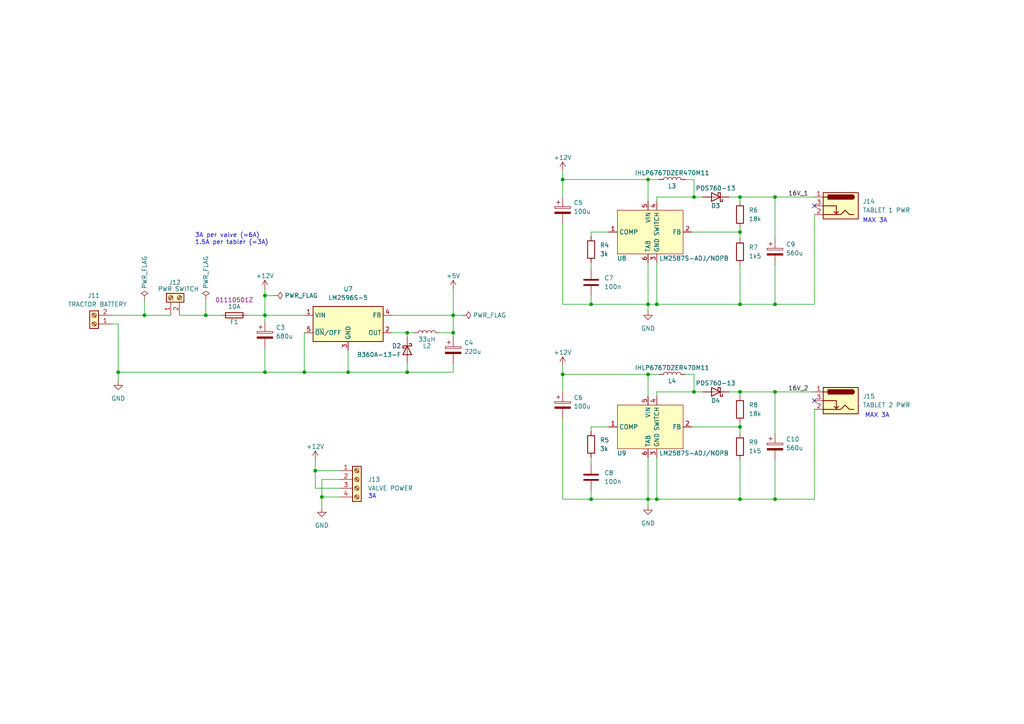
<source format=kicad_sch>
(kicad_sch (version 20230121) (generator eeschema)
  (paper "A4")
  (title_block (title "Tandem Leveller Controller") (date "2025-03-13") (rev "V1.0") (company "(C) andy@britishideas.com 2025") (comment 1 "For personal use only, no commercial use") (comment 2 "Provided as-is, no warranty express or implied. Use at your own risk"))
  (lib_symbols
    (symbol "BritishIdeas2:LM2577S-ADJ_NOPB"
      (property "Reference" "U" (at 1.27 -1.27 0))
      (symbol "LM2577S-ADJ_NOPB_1_1"
        (rectangle (start 0 12.7) (end 19.05 0) (fill (type background)))
        (pin passive line (at -2.54 6.35 0) (length 2.54) (name "COMP") (number "1"))
        (pin passive line (at 21.59 6.35 180) (length 2.54) (name "FB") (number "2"))
        (pin power_in line (at 11.43 -2.54 90) (length 2.54) (name "GND") (number "3"))
        (pin passive line (at 11.43 15.24 270) (length 2.54) (name "SWITCH") (number "4"))
        (pin power_in line (at 8.89 15.24 270) (length 2.54) (name "VIN") (number "5"))
        (pin power_in line (at 8.89 -2.54 90) (length 2.54) (name "TAB") (number "6"))
      )
    )
    (symbol "Connector:Barrel_Jack_Switch" (pin_names hide)
      (property "Reference" "J" (at 0 5.334 0))
      (property "Value" "Barrel_Jack_Switch" (at 0 -5.08 0))
      (symbol "Barrel_Jack_Switch_0_1"
        (rectangle (start -5.08 3.81) (end 5.08 -3.81) (stroke (width 0.254)) (fill (type background)))
        (arc (start -3.302 3.175) (mid -3.9343 2.54) (end -3.302 1.905) (stroke (width 0.254)))
        (arc (start -3.302 3.175) (mid -3.9343 2.54) (end -3.302 1.905) (stroke (width 0.254)) (fill (type outline)))
        (polyline (pts (xy 1.27 -2.286) (xy 1.905 -1.651)) (stroke (width 0.254)))
        (polyline (pts (xy 5.08 2.54) (xy 3.81 2.54)) (stroke (width 0.254)))
        (polyline (pts (xy 5.08 0) (xy 1.27 0) (xy 1.27 -2.286) (xy 0.635 -1.651)) (stroke (width 0.254)))
        (polyline (pts (xy -3.81 -2.54) (xy -2.54 -2.54) (xy -1.27 -1.27) (xy 0 -2.54) (xy 2.54 -2.54) (xy 5.08 -2.54)) (stroke (width 0.254)))
        (rectangle (start 3.683 3.175) (end -3.302 1.905) (stroke (width 0.254)) (fill (type outline)))
      )
      (symbol "Barrel_Jack_Switch_1_1"
        (pin passive line (at 7.62 2.54 180) (length 2.54) (name "~") (number "1"))
        (pin passive line (at 7.62 -2.54 180) (length 2.54) (name "~") (number "2"))
        (pin passive line (at 7.62 0 180) (length 2.54) (name "~") (number "3"))
      )
    )
    (symbol "Connector:Screw_Terminal_01x02" (pin_names (offset 1.016) hide)
      (property "Reference" "J" (at 0 2.54 0))
      (property "Value" "Screw_Terminal_01x02" (at 0 -5.08 0))
      (symbol "Screw_Terminal_01x02_1_1"
        (rectangle (start -1.27 1.27) (end 1.27 -3.81) (stroke (width 0.254)) (fill (type background)))
        (circle (center 0 -2.54) (radius 0.635) (stroke (width 0.1524)))
        (polyline (pts (xy -0.5334 -2.2098) (xy 0.3302 -3.048)) (stroke (width 0.1524)))
        (polyline (pts (xy -0.5334 0.3302) (xy 0.3302 -0.508)) (stroke (width 0.1524)))
        (polyline (pts (xy -0.3556 -2.032) (xy 0.508 -2.8702)) (stroke (width 0.1524)))
        (polyline (pts (xy -0.3556 0.508) (xy 0.508 -0.3302)) (stroke (width 0.1524)))
        (circle (center 0 0) (radius 0.635) (stroke (width 0.1524)))
        (pin passive line (at -5.08 0 0) (length 3.81) (name "Pin_1") (number "1"))
        (pin passive line (at -5.08 -2.54 0) (length 3.81) (name "Pin_2") (number "2"))
      )
    )
    (symbol "Connector:Screw_Terminal_01x04" (pin_names (offset 1.016) hide)
      (property "Reference" "J" (at 0 5.08 0))
      (property "Value" "Screw_Terminal_01x04" (at 0 -7.62 0))
      (symbol "Screw_Terminal_01x04_1_1"
        (rectangle (start -1.27 3.81) (end 1.27 -6.35) (stroke (width 0.254)) (fill (type background)))
        (circle (center 0 -5.08) (radius 0.635) (stroke (width 0.1524)))
        (circle (center 0 -2.54) (radius 0.635) (stroke (width 0.1524)))
        (polyline (pts (xy -0.5334 -4.7498) (xy 0.3302 -5.588)) (stroke (width 0.1524)))
        (polyline (pts (xy -0.5334 -2.2098) (xy 0.3302 -3.048)) (stroke (width 0.1524)))
        (polyline (pts (xy -0.5334 0.3302) (xy 0.3302 -0.508)) (stroke (width 0.1524)))
        (polyline (pts (xy -0.5334 2.8702) (xy 0.3302 2.032)) (stroke (width 0.1524)))
        (polyline (pts (xy -0.3556 -4.572) (xy 0.508 -5.4102)) (stroke (width 0.1524)))
        (polyline (pts (xy -0.3556 -2.032) (xy 0.508 -2.8702)) (stroke (width 0.1524)))
        (polyline (pts (xy -0.3556 0.508) (xy 0.508 -0.3302)) (stroke (width 0.1524)))
        (polyline (pts (xy -0.3556 3.048) (xy 0.508 2.2098)) (stroke (width 0.1524)))
        (circle (center 0 0) (radius 0.635) (stroke (width 0.1524)))
        (circle (center 0 2.54) (radius 0.635) (stroke (width 0.1524)))
        (pin passive line (at -5.08 2.54 0) (length 3.81) (name "Pin_1") (number "1"))
        (pin passive line (at -5.08 0 0) (length 3.81) (name "Pin_2") (number "2"))
        (pin passive line (at -5.08 -2.54 0) (length 3.81) (name "Pin_3") (number "3"))
        (pin passive line (at -5.08 -5.08 0) (length 3.81) (name "Pin_4") (number "4"))
      )
    )
    (symbol "D_Schottky_1" (pin_numbers hide) (pin_names (offset 1.016) hide)
      (property "Reference" "D" (at 0 2.54 0))
      (property "Value" "D_Schottky" (at 0 -2.54 0))
      (symbol "D_Schottky_1_0_1"
        (polyline (pts (xy 1.27 0) (xy -1.27 0)))
        (polyline (pts (xy 1.27 1.27) (xy 1.27 -1.27) (xy -1.27 0) (xy 1.27 1.27)) (stroke (width 0.254)))
        (polyline (pts (xy -1.905 0.635) (xy -1.905 1.27) (xy -1.27 1.27) (xy -1.27 -1.27) (xy -0.635 -1.27) (xy -0.635 -0.635)) (stroke (width 0.254)))
      )
      (symbol "D_Schottky_1_1_1"
        (pin passive line (at -3.81 0 0) (length 2.54) (name "K") (number "1"))
        (pin passive line (at 3.81 0 180) (length 2.54) (name "A") (number "2"))
      )
    )
    (symbol "Device:C" (pin_numbers hide) (pin_names (offset 0.254))
      (property "Reference" "C" (at 0.635 2.54 0))
      (property "Value" "C" (at 0.635 -2.54 0))
      (symbol "C_0_1"
        (polyline (pts (xy -2.032 -0.762) (xy 2.032 -0.762)) (stroke (width 0.508)))
        (polyline (pts (xy -2.032 0.762) (xy 2.032 0.762)) (stroke (width 0.508)))
      )
      (symbol "C_1_1"
        (pin passive line (at 0 3.81 270) (length 2.794) (name "~") (number "1"))
        (pin passive line (at 0 -3.81 90) (length 2.794) (name "~") (number "2"))
      )
    )
    (symbol "Device:C_Polarized" (pin_numbers hide) (pin_names (offset 0.254))
      (property "Reference" "C" (at 0.635 2.54 0))
      (property "Value" "C_Polarized" (at 0.635 -2.54 0))
      (symbol "C_Polarized_0_1"
        (rectangle (start -2.286 0.508) (end 2.286 1.016))
        (polyline (pts (xy -1.778 2.286) (xy -0.762 2.286)))
        (polyline (pts (xy -1.27 2.794) (xy -1.27 1.778)))
        (rectangle (start 2.286 -0.508) (end -2.286 -1.016) (fill (type outline)))
      )
      (symbol "C_Polarized_1_1"
        (pin passive line (at 0 3.81 270) (length 2.794) (name "~") (number "1"))
        (pin passive line (at 0 -3.81 90) (length 2.794) (name "~") (number "2"))
      )
    )
    (symbol "Device:D_Schottky" (pin_numbers hide) (pin_names (offset 1.016) hide)
      (property "Reference" "D" (at 0 2.54 0))
      (property "Value" "D_Schottky" (at 0 -2.54 0))
      (symbol "D_Schottky_0_1"
        (polyline (pts (xy 1.27 0) (xy -1.27 0)))
        (polyline (pts (xy 1.27 1.27) (xy 1.27 -1.27) (xy -1.27 0) (xy 1.27 1.27)) (stroke (width 0.254)))
        (polyline (pts (xy -1.905 0.635) (xy -1.905 1.27) (xy -1.27 1.27) (xy -1.27 -1.27) (xy -0.635 -1.27) (xy -0.635 -0.635)) (stroke (width 0.254)))
      )
      (symbol "D_Schottky_1_1"
        (pin passive line (at -3.81 0 0) (length 2.54) (name "K") (number "1"))
        (pin passive line (at 3.81 0 180) (length 2.54) (name "A") (number "2"))
      )
    )
    (symbol "Device:Fuse" (pin_numbers hide) (pin_names (offset 0))
      (property "Reference" "F" (at 2.032 0 90))
      (property "Value" "Fuse" (at -1.905 0 90))
      (symbol "Fuse_0_1"
        (rectangle (start -0.762 -2.54) (end 0.762 2.54) (stroke (width 0.254)))
        (polyline (pts (xy 0 2.54) (xy 0 -2.54)))
      )
      (symbol "Fuse_1_1"
        (pin passive line (at 0 3.81 270) (length 1.27) (name "~") (number "1"))
        (pin passive line (at 0 -3.81 90) (length 1.27) (name "~") (number "2"))
      )
    )
    (symbol "Device:L" (pin_numbers hide) (pin_names (offset 1.016) hide)
      (property "Reference" "L" (at -1.27 0 90))
      (property "Value" "L" (at 1.905 0 90))
      (symbol "L_0_1"
        (arc (start 0 -2.54) (mid 0.6323 -1.905) (end 0 -1.27))
        (arc (start 0 -1.27) (mid 0.6323 -0.635) (end 0 0))
        (arc (start 0 0) (mid 0.6323 0.635) (end 0 1.27))
        (arc (start 0 1.27) (mid 0.6323 1.905) (end 0 2.54))
      )
      (symbol "L_1_1"
        (pin passive line (at 0 3.81 270) (length 1.27) (name "1") (number "1"))
        (pin passive line (at 0 -3.81 90) (length 1.27) (name "2") (number "2"))
      )
    )
    (symbol "Device:R" (pin_numbers hide) (pin_names (offset 0))
      (property "Reference" "R" (at 2.032 0 90))
      (property "Value" "R" (at 0 0 90))
      (symbol "R_0_1"
        (rectangle (start -1.016 -2.54) (end 1.016 2.54) (stroke (width 0.254)))
      )
      (symbol "R_1_1"
        (pin passive line (at 0 3.81 270) (length 1.27) (name "~") (number "1"))
        (pin passive line (at 0 -3.81 90) (length 1.27) (name "~") (number "2"))
      )
    )
    (symbol "Regulator_Switching:LM2596S-5"
      (property "Reference" "U" (at -10.16 6.35 0))
      (property "Value" "LM2596S-5" (at 0 6.35 0))
      (symbol "LM2596S-5_0_1"
        (rectangle (start -10.16 5.08) (end 10.16 -5.08) (stroke (width 0.254)) (fill (type background)))
      )
      (symbol "LM2596S-5_1_1"
        (pin power_in line (at -12.7 2.54 0) (length 2.54) (name "VIN") (number "1"))
        (pin output line (at 12.7 -2.54 180) (length 2.54) (name "OUT") (number "2"))
        (pin power_in line (at 0 -7.62 90) (length 2.54) (name "GND") (number "3"))
        (pin input line (at 12.7 2.54 180) (length 2.54) (name "FB") (number "4"))
        (pin input line (at -12.7 -2.54 0) (length 2.54) (name "~{ON}/OFF") (number "5"))
      )
    )
    (symbol "power:+12V" (power) (pin_names (offset 0))
      (property "Value" "+12V" (at 0 3.556 0))
      (symbol "+12V_0_1"
        (polyline (pts (xy -0.762 1.27) (xy 0 2.54)))
        (polyline (pts (xy 0 0) (xy 0 2.54)))
        (polyline (pts (xy 0 2.54) (xy 0.762 1.27)))
      )
      (symbol "+12V_1_1"
        (pin power_in line (at 0 0 90) (length 0) hide (name "+12V") (number "1"))
      )
    )
    (symbol "power:+5V" (power) (pin_names (offset 0))
      (property "Value" "+5V" (at 0 3.556 0))
      (symbol "+5V_0_1"
        (polyline (pts (xy -0.762 1.27) (xy 0 2.54)))
        (polyline (pts (xy 0 0) (xy 0 2.54)))
        (polyline (pts (xy 0 2.54) (xy 0.762 1.27)))
      )
      (symbol "+5V_1_1"
        (pin power_in line (at 0 0 90) (length 0) hide (name "+5V") (number "1"))
      )
    )
    (symbol "power:GND" (power) (pin_names (offset 0))
      (property "Value" "GND" (at 0 -3.81 0))
      (symbol "GND_0_1"
        (polyline (pts (xy 0 0) (xy 0 -1.27) (xy 1.27 -1.27) (xy 0 -2.54) (xy -1.27 -1.27) (xy 0 -1.27)))
      )
      (symbol "GND_1_1"
        (pin power_in line (at 0 0 270) (length 0) hide (name "GND") (number "1"))
      )
    )
    (symbol "power:PWR_FLAG" (power) (pin_numbers hide) (pin_names (offset 0) hide)
      (property "Value" "PWR_FLAG" (at 0 3.81 0))
      (symbol "PWR_FLAG_0_0"
        (pin power_out line (at 0 0 90) (length 0) (name "pwr") (number "1"))
      )
      (symbol "PWR_FLAG_0_1"
        (polyline (pts (xy 0 0) (xy 0 1.27) (xy -1.016 1.905) (xy 0 2.54) (xy 1.016 1.905) (xy 0 1.27)))
      )
    )
  )
  (junction (at 118.11 107.95))
  (junction (at 224.79 144.78))
  (junction (at 41.91 91.44))
  (junction (at 214.63 88.265))
  (junction (at 187.96 144.78))
  (junction (at 76.835 91.44))
  (junction (at 93.345 144.145))
  (junction (at 187.96 88.265))
  (junction (at 171.45 144.78))
  (junction (at 91.44 136.525))
  (junction (at 163.195 108.585))
  (junction (at 76.835 107.95))
  (junction (at 131.445 91.44))
  (junction (at 171.45 88.265))
  (junction (at 224.79 88.265))
  (junction (at 118.11 96.52))
  (junction (at 131.445 96.52))
  (junction (at 224.79 113.665))
  (junction (at 214.63 67.31))
  (junction (at 224.79 57.15))
  (junction (at 190.5 144.78))
  (junction (at 214.63 144.78))
  (junction (at 214.63 113.665))
  (junction (at 187.96 108.585))
  (junction (at 214.63 123.825))
  (junction (at 190.5 88.265))
  (junction (at 34.29 107.95))
  (junction (at 214.63 57.15))
  (junction (at 59.69 91.44))
  (junction (at 187.96 52.07))
  (junction (at 76.835 85.725))
  (junction (at 100.965 107.95))
  (junction (at 88.265 107.95))
  (junction (at 163.195 52.07))
  (junction (at 201.295 113.665))
  (junction (at 201.295 57.15))
  (no_connect (at 236.22 59.69))
  (no_connect (at 236.22 116.205))
  (wire (pts (xy 214.63 76.835) (xy 214.63 88.265)))
  (wire (pts (xy 59.69 91.44) (xy 64.135 91.44)))
  (wire (pts (xy 187.96 88.265) (xy 187.96 90.17)))
  (wire (pts (xy 187.96 52.07) (xy 187.96 58.42)))
  (wire (pts (xy 190.5 58.42) (xy 190.5 57.15)))
  (wire (pts (xy 214.63 67.31) (xy 200.66 67.31)))
  (wire (pts (xy 224.79 125.73) (xy 224.79 113.665)))
  (wire (pts (xy 34.29 93.98) (xy 34.29 107.95)))
  (wire (pts (xy 100.965 101.6) (xy 100.965 107.95)))
  (wire (pts (xy 214.63 113.665) (xy 214.63 114.935)))
  (wire (pts (xy 224.79 113.665) (xy 214.63 113.665)))
  (wire (pts (xy 171.45 144.78) (xy 187.96 144.78)))
  (wire (pts (xy 76.835 100.965) (xy 76.835 107.95)))
  (wire (pts (xy 236.22 118.745) (xy 236.22 144.78)))
  (wire (pts (xy 41.91 91.44) (xy 49.53 91.44)))
  (wire (pts (xy 98.425 136.525) (xy 91.44 136.525)))
  (wire (pts (xy 41.91 86.995) (xy 41.91 91.44)))
  (wire (pts (xy 171.45 85.725) (xy 171.45 88.265)))
  (wire (pts (xy 201.295 57.15) (xy 203.835 57.15)))
  (wire (pts (xy 191.135 52.07) (xy 187.96 52.07)))
  (wire (pts (xy 187.96 76.2) (xy 187.96 88.265)))
  (wire (pts (xy 171.45 88.265) (xy 187.96 88.265)))
  (wire (pts (xy 34.29 107.95) (xy 34.29 110.49)))
  (wire (pts (xy 131.445 91.44) (xy 133.985 91.44)))
  (wire (pts (xy 163.195 113.665) (xy 163.195 108.585)))
  (wire (pts (xy 214.63 144.78) (xy 190.5 144.78)))
  (wire (pts (xy 190.5 114.935) (xy 190.5 113.665)))
  (wire (pts (xy 224.79 113.665) (xy 236.22 113.665)))
  (wire (pts (xy 34.29 107.95) (xy 76.835 107.95)))
  (wire (pts (xy 163.195 64.77) (xy 163.195 88.265)))
  (wire (pts (xy 201.295 113.665) (xy 203.835 113.665)))
  (wire (pts (xy 118.11 96.52) (xy 113.665 96.52)))
  (wire (pts (xy 171.45 76.2) (xy 171.45 78.105)))
  (wire (pts (xy 187.96 108.585) (xy 187.96 114.935)))
  (wire (pts (xy 214.63 88.265) (xy 190.5 88.265)))
  (wire (pts (xy 93.345 139.065) (xy 93.345 144.145)))
  (wire (pts (xy 131.445 91.44) (xy 131.445 96.52)))
  (wire (pts (xy 190.5 113.665) (xy 201.295 113.665)))
  (wire (pts (xy 171.45 123.825) (xy 171.45 125.095)))
  (wire (pts (xy 176.53 123.825) (xy 171.45 123.825)))
  (wire (pts (xy 224.79 69.215) (xy 224.79 57.15)))
  (wire (pts (xy 171.45 142.24) (xy 171.45 144.78)))
  (wire (pts (xy 32.385 93.98) (xy 34.29 93.98)))
  (wire (pts (xy 224.79 57.15) (xy 214.63 57.15)))
  (wire (pts (xy 163.195 108.585) (xy 187.96 108.585)))
  (wire (pts (xy 118.11 105.41) (xy 118.11 107.95)))
  (wire (pts (xy 131.445 97.79) (xy 131.445 96.52)))
  (wire (pts (xy 214.63 67.31) (xy 214.63 69.215)))
  (wire (pts (xy 93.345 144.145) (xy 93.345 147.32)))
  (wire (pts (xy 224.79 88.265) (xy 214.63 88.265)))
  (wire (pts (xy 201.295 52.07) (xy 198.755 52.07)))
  (wire (pts (xy 190.5 88.265) (xy 190.5 76.2)))
  (wire (pts (xy 131.445 107.95) (xy 118.11 107.95)))
  (wire (pts (xy 187.96 144.78) (xy 190.5 144.78)))
  (wire (pts (xy 52.07 91.44) (xy 59.69 91.44)))
  (wire (pts (xy 214.63 57.15) (xy 214.63 58.42)))
  (wire (pts (xy 187.96 132.715) (xy 187.96 144.78)))
  (wire (pts (xy 76.835 91.44) (xy 88.265 91.44)))
  (wire (pts (xy 224.79 144.78) (xy 214.63 144.78)))
  (wire (pts (xy 214.63 123.825) (xy 200.66 123.825)))
  (wire (pts (xy 187.96 144.78) (xy 187.96 146.685)))
  (wire (pts (xy 201.295 113.665) (xy 201.295 108.585)))
  (wire (pts (xy 214.63 133.35) (xy 214.63 144.78)))
  (wire (pts (xy 171.45 67.31) (xy 171.45 68.58)))
  (wire (pts (xy 163.195 144.78) (xy 171.45 144.78)))
  (wire (pts (xy 224.79 76.835) (xy 224.79 88.265)))
  (wire (pts (xy 91.44 141.605) (xy 91.44 136.525)))
  (wire (pts (xy 163.195 106.045) (xy 163.195 108.585)))
  (wire (pts (xy 201.295 108.585) (xy 198.755 108.585)))
  (wire (pts (xy 131.445 96.52) (xy 127.635 96.52)))
  (wire (pts (xy 163.195 57.15) (xy 163.195 52.07)))
  (wire (pts (xy 224.79 133.35) (xy 224.79 144.78)))
  (wire (pts (xy 118.11 96.52) (xy 120.015 96.52)))
  (wire (pts (xy 214.63 66.04) (xy 214.63 67.31)))
  (wire (pts (xy 76.835 85.725) (xy 79.375 85.725)))
  (wire (pts (xy 211.455 57.15) (xy 214.63 57.15)))
  (wire (pts (xy 171.45 132.715) (xy 171.45 134.62)))
  (wire (pts (xy 224.79 144.78) (xy 236.22 144.78)))
  (wire (pts (xy 191.135 108.585) (xy 187.96 108.585)))
  (wire (pts (xy 113.665 91.44) (xy 131.445 91.44)))
  (wire (pts (xy 98.425 144.145) (xy 93.345 144.145)))
  (wire (pts (xy 163.195 88.265) (xy 171.45 88.265)))
  (wire (pts (xy 163.195 49.53) (xy 163.195 52.07)))
  (wire (pts (xy 88.265 96.52) (xy 88.265 107.95)))
  (wire (pts (xy 98.425 141.605) (xy 91.44 141.605)))
  (wire (pts (xy 100.965 107.95) (xy 88.265 107.95)))
  (wire (pts (xy 32.385 91.44) (xy 41.91 91.44)))
  (wire (pts (xy 76.835 85.725) (xy 76.835 91.44)))
  (wire (pts (xy 236.22 62.23) (xy 236.22 88.265)))
  (wire (pts (xy 190.5 144.78) (xy 190.5 132.715)))
  (wire (pts (xy 190.5 57.15) (xy 201.295 57.15)))
  (wire (pts (xy 76.835 83.82) (xy 76.835 85.725)))
  (wire (pts (xy 201.295 57.15) (xy 201.295 52.07)))
  (wire (pts (xy 59.69 86.995) (xy 59.69 91.44)))
  (wire (pts (xy 176.53 67.31) (xy 171.45 67.31)))
  (wire (pts (xy 214.63 123.825) (xy 214.63 125.73)))
  (wire (pts (xy 98.425 139.065) (xy 93.345 139.065)))
  (wire (pts (xy 163.195 121.285) (xy 163.195 144.78)))
  (wire (pts (xy 224.79 57.15) (xy 236.22 57.15)))
  (wire (pts (xy 76.835 91.44) (xy 71.755 91.44)))
  (wire (pts (xy 131.445 83.82) (xy 131.445 91.44)))
  (wire (pts (xy 118.11 97.79) (xy 118.11 96.52)))
  (wire (pts (xy 211.455 113.665) (xy 214.63 113.665)))
  (wire (pts (xy 76.835 91.44) (xy 76.835 93.345)))
  (wire (pts (xy 118.11 107.95) (xy 100.965 107.95)))
  (wire (pts (xy 163.195 52.07) (xy 187.96 52.07)))
  (wire (pts (xy 131.445 105.41) (xy 131.445 107.95)))
  (wire (pts (xy 236.22 88.265) (xy 224.79 88.265)))
  (wire (pts (xy 88.265 107.95) (xy 76.835 107.95)))
  (wire (pts (xy 187.96 88.265) (xy 190.5 88.265)))
  (wire (pts (xy 91.44 136.525) (xy 91.44 133.35)))
  (wire (pts (xy 214.63 122.555) (xy 214.63 123.825)))
  (text "MAX 3A" (at 250.825 121.285 0) (effects (font (size 1.27 1.27)) (justify left bottom)))
  (text "MAX 3A" (at 250.19 64.77 0) (effects (font (size 1.27 1.27)) (justify left bottom)))
  (text "3A per valve (=6A)\n1.5A per tabler (=3A)" (at 56.515 71.12 0) (effects (font (size 1.27 1.27)) (justify left bottom)))
  (text "3A" (at 106.68 144.78 0) (effects (font (size 1.27 1.27)) (justify left bottom)))
  (label "16V_1" (at 228.6 57.15 0))
  (label "16V_2" (at 228.6 113.665 0))
  (symbol (lib_id "power:+5V") (at 131.445 83.82 0) (unit 1)
    (property "Reference" "#PWR028" (effects hide))
    (property "Value" "+5V" (at 131.445 80.01 0))
  )
  (symbol (lib_id "power:GND") (at 34.29 110.49 0) (unit 1)
    (property "Reference" "#PWR024" (effects hide))
    (property "Value" "GND" (at 34.29 115.57 0))
  )
  (symbol (lib_id "power:+12V") (at 163.195 49.53 0) (unit 1)
    (property "Reference" "#PWR029" (effects hide))
    (property "Value" "+12V" (at 163.195 45.72 0))
  )
  (symbol (lib_id "power:+12V") (at 76.835 83.82 0) (unit 1)
    (property "Reference" "#PWR025" (effects hide))
    (property "Value" "+12V" (at 76.835 80.01 0))
  )
  (symbol (lib_id "Device:R") (at 214.63 62.23 0) (unit 1)
    (property "Reference" "R6" (at 217.17 60.96 0) (effects (justify left)))
    (property "Value" "18k" (at 217.17 63.5 0) (effects (justify left)))
    (property "Footprint" "Resistor_SMD:R_0805_2012Metric" (effects hide))
    (property "LCSC" "C17506" (effects hide))
  )
  (symbol (lib_id "Regulator_Switching:LM2596S-5") (at 100.965 93.98 0) (unit 1)
    (property "Reference" "U7" (at 100.965 83.82 0))
    (property "Value" "LM2596S-5" (at 100.965 86.36 0))
    (property "Footprint" "Package_TO_SOT_SMD:TO-263-5_TabPin3" (effects hide))
    (property "Datasheet" "http://www.ti.com/lit/ds/symlink/lm2596.pdf" (effects hide))
    (property "LCSC" "C5276750" (effects hide))
  )
  (symbol (lib_id "power:GND") (at 93.345 147.32 0) (unit 1)
    (property "Reference" "#PWR027" (effects hide))
    (property "Value" "GND" (at 93.345 152.4 0))
  )
  (symbol (lib_id "power:+12V") (at 91.44 133.35 0) (unit 1)
    (property "Reference" "#PWR026" (effects hide))
    (property "Value" "+12V" (at 91.44 129.54 0))
  )
  (symbol (lib_id "Device:R") (at 171.45 128.905 0) (unit 1)
    (property "Reference" "R5" (at 173.99 127.635 0) (effects (justify left)))
    (property "Value" "3k" (at 173.99 130.175 0) (effects (justify left)))
    (property "Footprint" "Resistor_SMD:R_0805_2012Metric" (effects hide))
    (property "LCSC" "C17661" (effects hide))
  )
  (symbol (lib_id "power:PWR_FLAG") (at 133.985 91.44 270) (unit 1)
    (property "Reference" "#FLG05" (effects hide))
    (property "Value" "PWR_FLAG" (at 137.16 91.44 90) (effects (justify left)))
  )
  (symbol (lib_id "Device:L") (at 123.825 96.52 90) (unit 1)
    (property "Reference" "L2" (at 123.825 100.33 90))
    (property "Value" "33uH" (at 123.825 98.425 90))
    (property "Footprint" "Britishideas:Chilisin_Power_Inductor_AWVS_808040" (effects hide))
  )
  (symbol (lib_id "Device:C_Polarized") (at 131.445 101.6 0) (unit 1)
    (property "Reference" "C4" (at 134.62 99.441 0) (effects (justify left)))
    (property "Value" "220u" (at 134.62 101.981 0) (effects (justify left)))
    (property "Footprint" "Capacitor_SMD:CP_Elec_8x6.5" (effects hide))
    (property "LCSC" "C3340" (effects hide))
  )
  (symbol (lib_id "Device:D_Schottky") (at 207.645 113.665 180) (unit 1)
    (property "Reference" "D4" (at 208.915 116.205 0) (effects (justify left)))
    (property "Value" "PDS760-13" (at 213.36 111.125 0) (effects (justify left)))
    (property "Footprint" "Diode_SMD:D_PowerDI-5" (effects hide))
    (property "LCSC" "C3018534" (effects hide))
  )
  (symbol (lib_id "Connector:Barrel_Jack_Switch") (at 243.84 59.69 0) (mirror y) (unit 1)
    (property "Reference" "J14" (at 250.19 58.42 0) (effects (justify right)))
    (property "Value" "TABLET 1 PWR" (at 250.19 60.96 0) (effects (justify right)))
    (property "Footprint" "Connector_BarrelJack:BarrelJack_Wuerth_6941xx301002" (effects hide))
    (property "LCSC" "C5441017" (effects hide))
  )
  (symbol (lib_id "power:PWR_FLAG") (at 79.375 85.725 270) (unit 1)
    (property "Reference" "#FLG04" (effects hide))
    (property "Value" "PWR_FLAG" (at 82.55 85.725 90) (effects (justify left)))
  )
  (symbol (lib_id "Device:L") (at 194.945 52.07 90) (unit 1)
    (property "Reference" "L3" (at 194.945 53.975 90))
    (property "Value" "IHLP6767DZER470M11" (at 194.945 50.165 90))
    (property "Footprint" "Britishideas:IHLP6767DZER470M11" (effects hide))
    (property "LCSC" "C6577597" (effects hide))
  )
  (symbol (lib_id "Connector:Screw_Terminal_01x02") (at 27.305 93.98 180) (unit 1)
    (property "Reference" "J11" (at 25.4 85.725 0) (effects (justify right)))
    (property "Value" "TRACTOR BATTERY" (at 19.685 88.265 0) (effects (justify right)))
    (property "Footprint" "Britishideas:PhoenixContact_COMBICON_MKDSN_2" (effects hide))
    (property "manf#" "1729018" (effects hide))
    (property "LCSC" "C3820334" (effects hide))
  )
  (symbol (lib_id "power:PWR_FLAG") (at 41.91 86.995 0) (unit 1)
    (property "Reference" "#FLG02" (effects hide))
    (property "Value" "PWR_FLAG" (at 41.91 83.82 90) (effects (justify left)))
  )
  (symbol (lib_id "Device:C_Polarized") (at 224.79 73.025 0) (unit 1)
    (property "Reference" "C9" (at 227.965 70.866 0) (effects (justify left)))
    (property "Value" "560u" (at 227.965 73.406 0) (effects (justify left)))
    (property "Footprint" "Capacitor_SMD:CP_Elec_10x10.5" (effects hide))
    (property "manf#" "EMZR350ARA561MJA0G" (effects hide))
    (property "LCSC" "C1984785" (effects hide))
  )
  (symbol (lib_id "Connector:Barrel_Jack_Switch") (at 243.84 116.205 0) (mirror y) (unit 1)
    (property "Reference" "J15" (at 250.19 114.935 0) (effects (justify right)))
    (property "Value" "TABLET 2 PWR" (at 250.19 117.475 0) (effects (justify right)))
    (property "Footprint" "Connector_BarrelJack:BarrelJack_Wuerth_6941xx301002" (effects hide))
    (property "LCSC" "C5441017" (effects hide))
  )
  (symbol (lib_id "Device:L") (at 194.945 108.585 90) (unit 1)
    (property "Reference" "L4" (at 194.945 110.49 90))
    (property "Value" "IHLP6767DZER470M11" (at 194.945 106.68 90))
    (property "Footprint" "Britishideas:IHLP6767DZER470M11" (effects hide))
    (property "LCSC" "C6577597" (effects hide))
  )
  (symbol (lib_id "BritishIdeas2:LM2577S-ADJ_NOPB") (at 179.07 130.175 0) (unit 1)
    (property "Reference" "U9" (at 180.34 131.445 0))
    (property "Value" "LM2587S-ADJ/NOPB" (at 201.295 131.445 0))
    (property "Footprint" "Package_TO_SOT_SMD:TO-263-5_TabPin6" (effects hide))
    (property "LCSC" "C1355343" (effects hide))
  )
  (symbol (lib_id "Device:R") (at 214.63 73.025 0) (unit 1)
    (property "Reference" "R7" (at 217.17 71.755 0) (effects (justify left)))
    (property "Value" "1k5" (at 217.17 74.295 0) (effects (justify left)))
    (property "Footprint" "Resistor_SMD:R_0805_2012Metric" (effects hide))
    (property "LCSC" "C4310" (effects hide))
  )
  (symbol (lib_id "Device:C") (at 171.45 138.43 0) (unit 1)
    (property "Reference" "C8" (at 175.26 137.16 0) (effects (justify left)))
    (property "Value" "100n" (at 175.26 139.7 0) (effects (justify left)))
    (property "Footprint" "Capacitor_SMD:C_0805_2012Metric" (effects hide))
    (property "LCSC" "C1711" (effects hide))
  )
  (symbol (lib_id "Connector:Screw_Terminal_01x04") (at 103.505 139.065 0) (unit 1)
    (property "Reference" "J13" (at 106.68 139.065 0) (effects (justify left)))
    (property "Value" "VALVE POWER" (at 106.68 141.605 0) (effects (justify left)))
    (property "Footprint" "Britishideas:PhoenixContact_COMBICON_PT_4" (effects hide))
    (property "manf#" "1729034" (effects hide))
  )
  (symbol (lib_id "Device:C_Polarized") (at 163.195 60.96 0) (unit 1)
    (property "Reference" "C5" (at 166.37 58.801 0) (effects (justify left)))
    (property "Value" "100u" (at 166.37 61.341 0) (effects (justify left)))
    (property "Footprint" "Capacitor_SMD:CP_Elec_6.3x5.9" (effects hide))
    (property "manf#" "UUD1C101MCL1GS" (effects hide))
    (property "LCSC" "C340733" (effects hide))
  )
  (symbol (lib_id "power:GND") (at 187.96 146.685 0) (unit 1)
    (property "Reference" "#PWR032" (effects hide))
    (property "Value" "GND" (at 187.96 151.765 0))
  )
  (symbol (lib_id "Device:R") (at 171.45 72.39 0) (unit 1)
    (property "Reference" "R4" (at 173.99 71.12 0) (effects (justify left)))
    (property "Value" "3k" (at 173.99 73.66 0) (effects (justify left)))
    (property "Footprint" "Resistor_SMD:R_0805_2012Metric" (effects hide))
    (property "LCSC" "C17661" (effects hide))
  )
  (symbol (lib_id "Device:D_Schottky") (at 118.11 101.6 270) (unit 1)
    (property "Reference" "D2" (at 113.665 100.33 90) (effects (justify left)))
    (property "Value" "B360A-13-F" (at 103.505 102.87 90) (effects (justify left)))
    (property "Footprint" "Diode_SMD:D_SMA" (effects hide))
    (property "LCSC" "C6807778" (effects hide))
  )
  (symbol (lib_id "Device:C_Polarized") (at 163.195 117.475 0) (unit 1)
    (property "Reference" "C6" (at 166.37 115.316 0) (effects (justify left)))
    (property "Value" "100u" (at 166.37 117.856 0) (effects (justify left)))
    (property "Footprint" "Capacitor_SMD:CP_Elec_6.3x5.9" (effects hide))
    (property "manf#" "UUD1C101MCL1GS" (effects hide))
    (property "LCSC" "C340733" (effects hide))
  )
  (symbol (lib_id "BritishIdeas2:LM2577S-ADJ_NOPB") (at 179.07 73.66 0) (unit 1)
    (property "Reference" "U8" (at 180.34 74.93 0))
    (property "Value" "LM2587S-ADJ/NOPB" (at 201.295 74.93 0))
    (property "Footprint" "Package_TO_SOT_SMD:TO-263-5_TabPin6" (effects hide))
    (property "LCSC" "C1355343" (effects hide))
  )
  (symbol (lib_id "Device:C") (at 171.45 81.915 0) (unit 1)
    (property "Reference" "C7" (at 175.26 80.645 0) (effects (justify left)))
    (property "Value" "100n" (at 175.26 83.185 0) (effects (justify left)))
    (property "Footprint" "Capacitor_SMD:C_0805_2012Metric" (effects hide))
    (property "LCSC" "C1711" (effects hide))
  )
  (symbol (lib_id "power:+12V") (at 163.195 106.045 0) (unit 1)
    (property "Reference" "#PWR030" (effects hide))
    (property "Value" "+12V" (at 163.195 102.235 0))
  )
  (symbol (lib_name "D_Schottky_1") (lib_id "Device:D_Schottky") (at 207.645 57.15 180) (unit 1)
    (property "Reference" "D3" (at 208.915 59.69 0) (effects (justify left)))
    (property "Value" "PDS760-13" (at 213.36 54.61 0) (effects (justify left)))
    (property "Footprint" "Diode_SMD:D_PowerDI-5" (effects hide))
    (property "LCSC" "C3018534" (effects hide))
  )
  (symbol (lib_id "Device:R") (at 214.63 118.745 0) (unit 1)
    (property "Reference" "R8" (at 217.17 117.475 0) (effects (justify left)))
    (property "Value" "18k" (at 217.17 120.015 0) (effects (justify left)))
    (property "Footprint" "Resistor_SMD:R_0805_2012Metric" (effects hide))
    (property "LCSC" "C17506" (effects hide))
  )
  (symbol (lib_id "Connector:Screw_Terminal_01x02") (at 49.53 86.36 90) (unit 1)
    (property "Reference" "J12" (at 48.895 81.915 90) (effects (justify right)))
    (property "Value" "PWR SWITCH" (at 45.72 83.82 90) (effects (justify right)))
    (property "Footprint" "Britishideas:PhoenixContact_COMBICON_MKDSN_2" (effects hide))
    (property "manf#" "1729018" (effects hide))
    (property "LCSC" "C3820334" (effects hide))
  )
  (symbol (lib_id "Device:C_Polarized") (at 76.835 97.155 0) (unit 1)
    (property "Reference" "C3" (at 80.01 94.996 0) (effects (justify left)))
    (property "Value" "680u" (at 80.01 97.536 0) (effects (justify left)))
    (property "Footprint" "Capacitor_SMD:CP_Elec_10x10.5" (effects hide))
    (property "LCSC" "C50456" (effects hide))
  )
  (symbol (lib_id "Device:C_Polarized") (at 224.79 129.54 0) (unit 1)
    (property "Reference" "C10" (at 227.965 127.381 0) (effects (justify left)))
    (property "Value" "560u" (at 227.965 129.921 0) (effects (justify left)))
    (property "Footprint" "Capacitor_SMD:CP_Elec_10x10.5" (effects hide))
    (property "manf#" "EMZR350ARA561MJA0G" (effects hide))
    (property "LCSC" "C1984785" (effects hide))
  )
  (symbol (lib_id "power:PWR_FLAG") (at 59.69 86.995 0) (unit 1)
    (property "Reference" "#FLG03" (effects hide))
    (property "Value" "PWR_FLAG" (at 59.69 83.82 90) (effects (justify left)))
  )
  (symbol (lib_id "Device:Fuse") (at 67.945 91.44 90) (unit 1)
    (property "Reference" "F1" (at 67.945 93.345 90))
    (property "Value" "10A" (at 67.945 88.9 90))
    (property "Footprint" "Britishideas:5x20 Fuse Holder" (effects hide))
    (property "manf#" "01110501Z" (at 67.945 86.995 90))
    (property "LCSC" "C151075" (effects hide))
  )
  (symbol (lib_id "Device:R") (at 214.63 129.54 0) (unit 1)
    (property "Reference" "R9" (at 217.17 128.27 0) (effects (justify left)))
    (property "Value" "1k5" (at 217.17 130.81 0) (effects (justify left)))
    (property "Footprint" "Resistor_SMD:R_0805_2012Metric" (effects hide))
    (property "LCSC" "C4310" (effects hide))
  )
  (symbol (lib_id "power:GND") (at 187.96 90.17 0) (unit 1)
    (property "Reference" "#PWR031" (effects hide))
    (property "Value" "GND" (at 187.96 95.25 0))
  )
)
</source>
